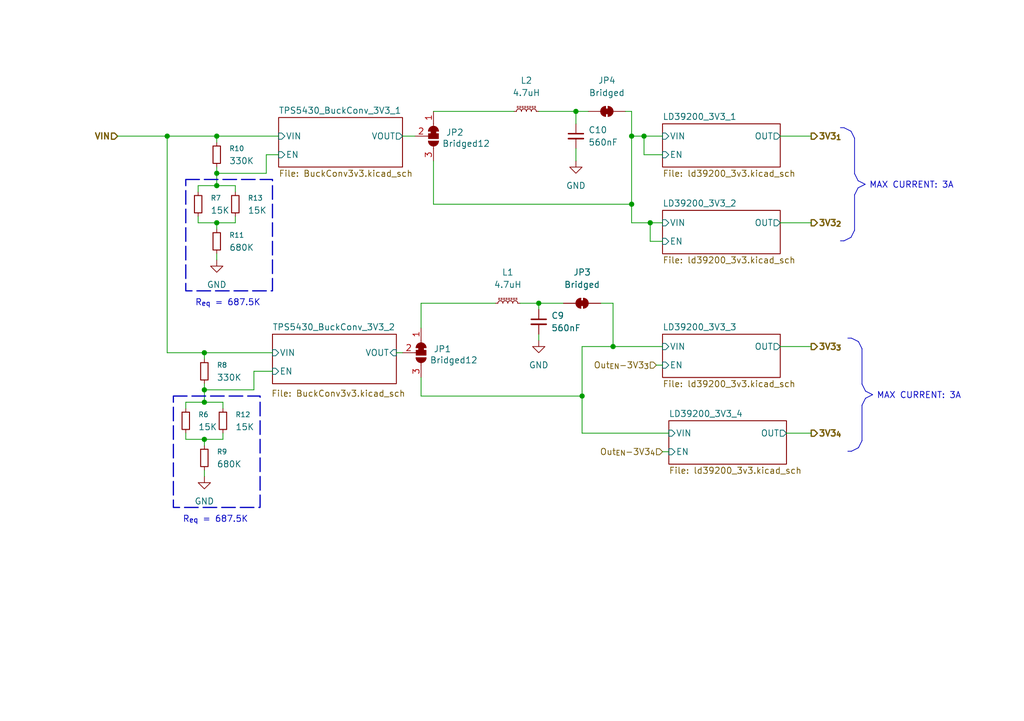
<source format=kicad_sch>
(kicad_sch (version 20250114) (generator "eeschema") (generator_version "9.0")
  (paper "A5")
  (lib_symbols
    (symbol "Device:C_Small" (pin_numbers (hide yes)) (pin_names (offset 0.254) (hide yes))
      (property "Reference" "C" (at 0.254 1.778 0))
      (property "Value" "C_Small" (at 0.254 -2.032 0))
      (symbol "C_Small_0_1"
        (polyline (pts (xy -1.524 0.508) (xy 1.524 0.508)) (stroke (width 0.3048)))
        (polyline (pts (xy -1.524 -0.508) (xy 1.524 -0.508)) (stroke (width 0.3302)))
      )
      (symbol "C_Small_1_1"
        (pin passive line (at 0 2.54 270) (length 2.032) (name "~") (number "1"))
        (pin passive line (at 0 -2.54 90) (length 2.032) (name "~") (number "2"))
      )
    )
    (symbol "Device:L_Ferrite_Small" (pin_numbers (hide yes)) (pin_names (offset 0.254) (hide yes))
      (property "Reference" "L" (at 1.27 1.016 0))
      (property "Value" "L_Ferrite_Small" (at 1.27 -1.27 0))
      (symbol "L_Ferrite_Small_0_1"
        (arc (start 0 2.032) (mid 0.5058 1.524) (end 0 1.016))
        (arc (start 0 1.016) (mid 0.5058 0.508) (end 0 0))
        (arc (start 0 0) (mid 0.5058 -0.508) (end 0 -1.016))
        (arc (start 0 -1.016) (mid 0.5058 -1.524) (end 0 -2.032))
        (polyline (pts (xy 0.762 1.651) (xy 0.762 1.905)))
        (polyline (pts (xy 0.762 1.143) (xy 0.762 1.397)))
        (polyline (pts (xy 0.762 0.635) (xy 0.762 0.889)))
        (polyline (pts (xy 0.762 0.127) (xy 0.762 0.381)))
        (polyline (pts (xy 0.762 -0.381) (xy 0.762 -0.127)))
        (polyline (pts (xy 0.762 -0.889) (xy 0.762 -0.635)))
        (polyline (pts (xy 0.762 -1.397) (xy 0.762 -1.143)))
        (polyline (pts (xy 0.762 -1.905) (xy 0.762 -1.651)))
        (polyline (pts (xy 1.016 1.905) (xy 1.016 1.651)))
        (polyline (pts (xy 1.016 1.397) (xy 1.016 1.143)))
        (polyline (pts (xy 1.016 0.889) (xy 1.016 0.635)))
        (polyline (pts (xy 1.016 0.381) (xy 1.016 0.127)))
        (polyline (pts (xy 1.016 -0.127) (xy 1.016 -0.381)))
        (polyline (pts (xy 1.016 -0.635) (xy 1.016 -0.889)))
        (polyline (pts (xy 1.016 -1.143) (xy 1.016 -1.397)))
        (polyline (pts (xy 1.016 -1.651) (xy 1.016 -1.905)))
      )
      (symbol "L_Ferrite_Small_1_1"
        (pin passive line (at 0 2.54 270) (length 0.508) (name "~") (number "1"))
        (pin passive line (at 0 -2.54 90) (length 0.508) (name "~") (number "2"))
      )
    )
    (symbol "Device:R_Small" (pin_numbers (hide yes)) (pin_names (offset 0.254) (hide yes))
      (property "Reference" "R" (at 0 0 90))
      (property "Value" "R_Small" (at 1.778 0 90))
      (symbol "R_Small_0_1"
        (rectangle (start -0.762 1.778) (end 0.762 -1.778) (stroke (width 0.2032)))
      )
      (symbol "R_Small_1_1"
        (pin passive line (at 0 2.54 270) (length 0.762) (name "~") (number "1"))
        (pin passive line (at 0 -2.54 90) (length 0.762) (name "~") (number "2"))
      )
    )
    (symbol "Jumper:SolderJumper_2_Bridged" (pin_numbers (hide yes)) (pin_names (offset 0) (hide yes)) (in_bom no)
      (property "Reference" "JP" (at 0 2.032 0))
      (property "Value" "SolderJumper_2_Bridged" (at 0 -2.54 0))
      (symbol "SolderJumper_2_Bridged_0_1"
        (rectangle (start -0.508 0.508) (end 0.508 -0.508) (fill (type outline)))
        (polyline (pts (xy -0.254 1.016) (xy -0.254 -1.016)))
        (arc (start -0.254 -1.016) (mid -1.2656 0) (end -0.254 1.016))
        (arc (start -0.254 -1.016) (mid -1.2656 0) (end -0.254 1.016) (fill (type outline)))
        (arc (start 0.254 1.016) (mid 1.2656 0) (end 0.254 -1.016))
        (arc (start 0.254 1.016) (mid 1.2656 0) (end 0.254 -1.016) (fill (type outline)))
        (polyline (pts (xy 0.254 1.016) (xy 0.254 -1.016)))
      )
      (symbol "SolderJumper_2_Bridged_1_1"
        (pin passive line (at -3.81 0 0) (length 2.54) (name "A") (number "1"))
        (pin passive line (at 3.81 0 180) (length 2.54) (name "B") (number "2"))
      )
    )
    (symbol "Jumper:SolderJumper_3_Bridged12" (pin_names (offset 0) (hide yes)) (in_bom no)
      (property "Reference" "JP" (at -2.54 -2.54 0))
      (property "Value" "SolderJumper_3_Bridged12" (at 0 2.794 0))
      (symbol "SolderJumper_3_Bridged12_0_1"
        (polyline (pts (xy -2.54 0) (xy -2.032 0)))
        (polyline (pts (xy -1.016 1.016) (xy -1.016 -1.016)))
        (rectangle (start -1.016 0.508) (end -0.508 -0.508) (fill (type outline)))
        (arc (start -1.016 -1.016) (mid -2.0276 0) (end -1.016 1.016))
        (arc (start -1.016 -1.016) (mid -2.0276 0) (end -1.016 1.016) (fill (type outline)))
        (rectangle (start -0.508 1.016) (end 0.508 -1.016) (fill (type outline)))
        (polyline (pts (xy 0 -1.27) (xy 0 -1.016)))
        (arc (start 1.016 1.016) (mid 2.0276 0) (end 1.016 -1.016))
        (arc (start 1.016 1.016) (mid 2.0276 0) (end 1.016 -1.016) (fill (type outline)))
        (polyline (pts (xy 1.016 1.016) (xy 1.016 -1.016)))
        (polyline (pts (xy 2.54 0) (xy 2.032 0)))
      )
      (symbol "SolderJumper_3_Bridged12_1_1"
        (pin passive line (at -5.08 0 0) (length 2.54) (name "A") (number "1"))
        (pin passive line (at 0 -3.81 90) (length 2.54) (name "C") (number "2"))
        (pin passive line (at 5.08 0 180) (length 2.54) (name "B") (number "3"))
      )
    )
    (symbol "power:GND" (power) (pin_numbers (hide yes)) (pin_names (offset 0) (hide yes))
      (property "Value" "GND" (at 0 -3.81 0))
      (symbol "GND_0_1"
        (polyline (pts (xy 0 0) (xy 0 -1.27) (xy 1.27 -1.27) (xy 0 -2.54) (xy -1.27 -1.27) (xy 0 -1.27)))
      )
      (symbol "GND_1_1"
        (pin power_in line (at 0 0 270) (length 0) (name "~") (number "1"))
      )
    )
  )
  (rectangle (start 38.1 36.83) (end 55.88 59.69) (stroke (width 0.254) (type dash)))
  (rectangle (start 35.56 81.28) (end 53.34 104.14) (stroke (width 0.254) (type dash)))
  (text "R_{eq} = 687.5K\n" (at 44.196 106.68 0) (effects (font (size 1.27 1.27))))
  (text "}" (at 175.26 36.83 0) (effects (font (size 15.24 15.24))))
  (text "MAX CURRENT: 3A" (at 188.468 81.28 0) (effects (font (size 1.27 1.27))))
  (text "MAX CURRENT: 3A" (at 186.944 38.1 0) (effects (font (size 1.27 1.27))))
  (text "R_{eq} = 687.5K\n" (at 46.736 62.23 0) (effects (font (size 1.27 1.27))))
  (text "}" (at 176.784 80.01 0) (effects (font (size 15.24 15.24))))
  (junction (at 125.73 71.12))
  (junction (at 44.45 45.72))
  (junction (at 44.45 35.56))
  (junction (at 133.35 45.72))
  (junction (at 41.91 90.17))
  (junction (at 44.45 27.94))
  (junction (at 41.91 80.01))
  (junction (at 118.11 22.86))
  (junction (at 129.54 27.94))
  (junction (at 44.45 38.1))
  (junction (at 119.38 81.28))
  (junction (at 132.08 27.94))
  (junction (at 41.91 82.55))
  (junction (at 34.29 27.94))
  (junction (at 129.54 41.91))
  (junction (at 41.91 72.39))
  (junction (at 110.49 62.23))
  (wire (pts (xy 48.26 45.72) (xy 48.26 44.45)))
  (wire (pts (xy 41.91 80.01) (xy 41.91 82.55)))
  (wire (pts (xy 41.91 80.01) (xy 52.07 80.01)))
  (wire (pts (xy 54.61 35.56) (xy 54.61 31.75)))
  (wire (pts (xy 119.38 81.28) (xy 119.38 88.9)))
  (wire (pts (xy 38.1 83.82) (xy 38.1 82.55)))
  (wire (pts (xy 118.11 22.86) (xy 110.49 22.86)))
  (wire (pts (xy 166.37 88.9) (xy 161.29 88.9)))
  (wire (pts (xy 129.54 27.94) (xy 132.08 27.94)))
  (wire (pts (xy 44.45 34.29) (xy 44.45 35.56)))
  (wire (pts (xy 132.08 31.75) (xy 135.89 31.75)))
  (wire (pts (xy 119.38 71.12) (xy 119.38 81.28)))
  (wire (pts (xy 132.08 27.94) (xy 132.08 31.75)))
  (wire (pts (xy 40.64 44.45) (xy 40.64 45.72)))
  (wire (pts (xy 44.45 45.72) (xy 44.45 46.99)))
  (wire (pts (xy 40.64 39.37) (xy 40.64 38.1)))
  (wire (pts (xy 41.91 90.17) (xy 45.72 90.17)))
  (wire (pts (xy 118.11 22.86) (xy 120.65 22.86)))
  (wire (pts (xy 52.07 80.01) (xy 52.07 76.2)))
  (wire (pts (xy 44.45 27.94) (xy 57.15 27.94)))
  (wire (pts (xy 86.36 62.23) (xy 101.6 62.23)))
  (wire (pts (xy 110.49 62.23) (xy 106.68 62.23)))
  (wire (pts (xy 41.91 82.55) (xy 45.72 82.55)))
  (wire (pts (xy 41.91 90.17) (xy 41.91 91.44)))
  (wire (pts (xy 34.29 27.94) (xy 34.29 72.39)))
  (wire (pts (xy 129.54 22.86) (xy 129.54 27.94)))
  (wire (pts (xy 129.54 27.94) (xy 129.54 41.91)))
  (wire (pts (xy 135.89 92.71) (xy 137.16 92.71)))
  (wire (pts (xy 132.08 27.94) (xy 135.89 27.94)))
  (wire (pts (xy 118.11 33.02) (xy 118.11 30.48)))
  (wire (pts (xy 54.61 31.75) (xy 57.15 31.75)))
  (wire (pts (xy 38.1 88.9) (xy 38.1 90.17)))
  (wire (pts (xy 86.36 62.23) (xy 86.36 67.31)))
  (wire (pts (xy 40.64 38.1) (xy 44.45 38.1)))
  (wire (pts (xy 129.54 45.72) (xy 133.35 45.72)))
  (wire (pts (xy 125.73 62.23) (xy 123.19 62.23)))
  (wire (pts (xy 128.27 22.86) (xy 129.54 22.86)))
  (wire (pts (xy 88.9 22.86) (xy 105.41 22.86)))
  (wire (pts (xy 34.29 72.39) (xy 41.91 72.39)))
  (wire (pts (xy 41.91 97.79) (xy 41.91 96.52)))
  (wire (pts (xy 110.49 63.5) (xy 110.49 62.23)))
  (wire (pts (xy 81.28 72.39) (xy 82.55 72.39)))
  (wire (pts (xy 166.37 27.94) (xy 160.02 27.94)))
  (wire (pts (xy 44.45 35.56) (xy 44.45 38.1)))
  (wire (pts (xy 45.72 90.17) (xy 45.72 88.9)))
  (wire (pts (xy 110.49 62.23) (xy 115.57 62.23)))
  (wire (pts (xy 44.45 29.21) (xy 44.45 27.94)))
  (wire (pts (xy 133.35 49.53) (xy 135.89 49.53)))
  (wire (pts (xy 166.37 45.72) (xy 160.02 45.72)))
  (wire (pts (xy 44.45 38.1) (xy 48.26 38.1)))
  (wire (pts (xy 45.72 82.55) (xy 45.72 83.82)))
  (wire (pts (xy 41.91 78.74) (xy 41.91 80.01)))
  (wire (pts (xy 44.45 53.34) (xy 44.45 52.07)))
  (wire (pts (xy 125.73 71.12) (xy 135.89 71.12)))
  (wire (pts (xy 119.38 88.9) (xy 137.16 88.9)))
  (wire (pts (xy 52.07 76.2) (xy 55.88 76.2)))
  (wire (pts (xy 24.13 27.94) (xy 34.29 27.94)))
  (wire (pts (xy 133.35 45.72) (xy 133.35 49.53)))
  (wire (pts (xy 38.1 82.55) (xy 41.91 82.55)))
  (wire (pts (xy 133.35 45.72) (xy 135.89 45.72)))
  (wire (pts (xy 129.54 41.91) (xy 129.54 45.72)))
  (wire (pts (xy 110.49 69.85) (xy 110.49 68.58)))
  (wire (pts (xy 44.45 35.56) (xy 54.61 35.56)))
  (wire (pts (xy 41.91 73.66) (xy 41.91 72.39)))
  (wire (pts (xy 48.26 38.1) (xy 48.26 39.37)))
  (wire (pts (xy 134.62 74.93) (xy 135.89 74.93)))
  (wire (pts (xy 38.1 90.17) (xy 41.91 90.17)))
  (wire (pts (xy 40.64 45.72) (xy 44.45 45.72)))
  (wire (pts (xy 82.55 27.94) (xy 85.09 27.94)))
  (wire (pts (xy 125.73 62.23) (xy 125.73 71.12)))
  (wire (pts (xy 86.36 77.47) (xy 86.36 81.28)))
  (wire (pts (xy 119.38 71.12) (xy 125.73 71.12)))
  (wire (pts (xy 166.37 71.12) (xy 160.02 71.12)))
  (wire (pts (xy 41.91 72.39) (xy 55.88 72.39)))
  (wire (pts (xy 88.9 41.91) (xy 129.54 41.91)))
  (wire (pts (xy 34.29 27.94) (xy 44.45 27.94)))
  (wire (pts (xy 44.45 45.72) (xy 48.26 45.72)))
  (wire (pts (xy 86.36 81.28) (xy 119.38 81.28)))
  (wire (pts (xy 88.9 33.02) (xy 88.9 41.91)))
  (wire (pts (xy 118.11 22.86) (xy 118.11 25.4)))
  (hierarchical_label "3V3_{2}" (shape output) (at 166.37 45.72 0) (effects (font (thickness 0.254) (bold yes))))
  (hierarchical_label "3V3_{1}" (shape output) (at 166.37 27.94 0) (effects (font (thickness 0.254) (bold yes))))
  (hierarchical_label "3V3_{4}" (shape output) (at 166.37 88.9 0) (effects (font (thickness 0.254) (bold yes))))
  (hierarchical_label "VIN" (shape input) (at 24.13 27.94 180) (effects (font (thickness 0.254) (bold yes))))
  (hierarchical_label "3V3_{3}" (shape output) (at 166.37 71.12 0) (effects (font (thickness 0.254) (bold yes))))
  (hierarchical_label "Out_{EN}-3V3_{3}" (shape input) (at 134.62 74.93 180))
  (hierarchical_label "Out_{EN}-3V3_{4}" (shape input) (at 135.89 92.71 180))
  (symbol (lib_id "Device:R_Small") (at 41.91 76.2 0) (unit 1)
    (property "Reference" "R8" (at 44.45 74.9299 0) (effects (font (size 1.016 1.016)) (justify left)))
    (property "Value" "330K" (at 44.45 77.4699 0) (effects (justify left)))
    (property "Footprint" "Resistor_SMD:R_0805_2012Metric_Pad1.20x1.40mm_HandSolder" (effects (hide yes)))
    (property "Description" "Resistor, small symbol" (effects (hide yes)))
  )
  (symbol (lib_id "Device:L_Ferrite_Small") (at 107.95 22.86 90) (unit 1)
    (property "Reference" "L2" (at 107.95 16.51 90))
    (property "Value" "4.7uH" (at 107.95 19.05 90))
    (property "Footprint" "Inductor_SMD:L_Bourns_SRN6045TA" (effects (hide yes)))
    (property "Description" "Inductor with ferrite core, small symbol" (effects (hide yes)))
  )
  (symbol (lib_id "power:GND") (at 110.49 69.85 0) (unit 1)
    (property "Reference" "#PWR044" (effects (hide yes)))
    (property "Value" "GND" (at 110.49 74.93 0))
    (property "Description" "Power symbol creates a global label with name \"GND\" , ground" (effects (hide yes)))
  )
  (symbol (lib_id "Device:R_Small") (at 41.91 93.98 0) (unit 1)
    (property "Reference" "R9" (at 44.45 92.7099 0) (effects (font (size 1.016 1.016)) (justify left)))
    (property "Value" "680K" (at 44.45 95.2499 0) (effects (justify left)))
    (property "Footprint" "Resistor_SMD:R_0805_2012Metric_Pad1.20x1.40mm_HandSolder" (effects (hide yes)))
    (property "Description" "Resistor, small symbol" (effects (hide yes)))
  )
  (symbol (lib_id "Device:R_Small") (at 44.45 31.75 0) (unit 1)
    (property "Reference" "R10" (at 46.99 30.4799 0) (effects (font (size 1.016 1.016)) (justify left)))
    (property "Value" "330K" (at 46.99 33.0199 0) (effects (justify left)))
    (property "Footprint" "Resistor_SMD:R_0805_2012Metric_Pad1.20x1.40mm_HandSolder" (effects (hide yes)))
    (property "Description" "Resistor, small symbol" (effects (hide yes)))
  )
  (symbol (lib_id "power:GND") (at 118.11 33.02 0) (unit 1)
    (property "Reference" "#PWR045" (effects (hide yes)))
    (property "Value" "GND" (at 118.11 38.1 0))
    (property "Description" "Power symbol creates a global label with name \"GND\" , ground" (effects (hide yes)))
  )
  (symbol (lib_id "Device:R_Small") (at 44.45 49.53 0) (unit 1)
    (property "Reference" "R11" (at 46.99 48.2599 0) (effects (font (size 1.016 1.016)) (justify left)))
    (property "Value" "680K" (at 46.99 50.7999 0) (effects (justify left)))
    (property "Footprint" "Resistor_SMD:R_0805_2012Metric_Pad1.20x1.40mm_HandSolder" (effects (hide yes)))
    (property "Description" "Resistor, small symbol" (effects (hide yes)))
  )
  (symbol (lib_id "Jumper:SolderJumper_2_Bridged") (at 124.46 22.86 0) (unit 1) (in_bom no)
    (property "Reference" "JP4" (at 124.46 16.51 0))
    (property "Value" "Bridged" (at 124.46 19.05 0))
    (property "Footprint" "Jumper:SolderJumper-2_P1.3mm_Bridged_RoundedPad1.0x1.5mm" (effects (hide yes)))
    (property "Description" "Solder Jumper, 2-pole, closed/bridged" (effects (hide yes)))
  )
  (symbol (lib_id "Device:R_Small") (at 40.64 41.91 0) (unit 1)
    (property "Reference" "R7" (at 43.18 40.6399 0) (effects (font (size 1.016 1.016)) (justify left)))
    (property "Value" "15K" (at 43.18 43.1799 0) (effects (justify left)))
    (property "Footprint" "Resistor_SMD:R_0805_2012Metric_Pad1.20x1.40mm_HandSolder" (effects (hide yes)))
    (property "Description" "Resistor, small symbol" (effects (hide yes)))
  )
  (symbol (lib_id "Device:C_Small") (at 110.49 66.04 0) (unit 1)
    (property "Reference" "C9" (at 113.03 64.7762 0) (effects (justify left)))
    (property "Value" "560nF" (at 113.03 67.3162 0) (effects (justify left)))
    (property "Footprint" "Capacitor_SMD:C_0805_2012Metric_Pad1.18x1.45mm_HandSolder" (effects (hide yes)))
    (property "Description" "Unpolarized capacitor, small symbol" (effects (hide yes)))
  )
  (symbol (lib_id "Device:R_Small") (at 48.26 41.91 0) (unit 1)
    (property "Reference" "R13" (at 50.8 40.6399 0) (effects (font (size 1.016 1.016)) (justify left)))
    (property "Value" "15K" (at 50.8 43.1799 0) (effects (justify left)))
    (property "Footprint" "Resistor_SMD:R_0805_2012Metric_Pad1.20x1.40mm_HandSolder" (effects (hide yes)))
    (property "Description" "Resistor, small symbol" (effects (hide yes)))
  )
  (symbol (lib_id "power:GND") (at 44.45 53.34 0) (unit 1)
    (property "Reference" "#PWR043" (effects (hide yes)))
    (property "Value" "GND" (at 44.45 58.42 0))
    (property "Description" "Power symbol creates a global label with name \"GND\" , ground" (effects (hide yes)))
  )
  (symbol (lib_id "Device:L_Ferrite_Small") (at 104.14 62.23 90) (unit 1)
    (property "Reference" "L1" (at 104.14 55.88 90))
    (property "Value" "4.7uH" (at 104.14 58.42 90))
    (property "Footprint" "Inductor_SMD:L_Bourns_SRN6045TA" (effects (hide yes)))
    (property "Description" "Inductor with ferrite core, small symbol" (effects (hide yes)))
  )
  (symbol (lib_id "power:GND") (at 41.91 97.79 0) (unit 1)
    (property "Reference" "#PWR042" (effects (hide yes)))
    (property "Value" "GND" (at 41.91 102.87 0))
    (property "Description" "Power symbol creates a global label with name \"GND\" , ground" (effects (hide yes)))
  )
  (symbol (lib_id "Jumper:SolderJumper_3_Bridged12") (at 88.9 27.94 270) (unit 1) (in_bom no)
    (property "Reference" "JP2" (at 91.44 27.178 90) (effects (justify left)))
    (property "Value" "Bridged12" (at 90.678 29.464 90) (effects (justify left)))
    (property "Footprint" "Jumper:SolderJumper-3_P1.3mm_Bridged12_RoundedPad1.0x1.5mm" (effects (hide yes)))
    (property "Description" "3-pole Solder Jumper, pins 1+2 closed/bridged" (effects (hide yes)))
  )
  (symbol (lib_id "Jumper:SolderJumper_3_Bridged12") (at 86.36 72.39 270) (unit 1) (in_bom no)
    (property "Reference" "JP1" (at 88.9 71.628 90) (effects (justify left)))
    (property "Value" "Bridged12" (at 88.138 73.914 90) (effects (justify left)))
    (property "Footprint" "Jumper:SolderJumper-3_P1.3mm_Bridged12_RoundedPad1.0x1.5mm" (effects (hide yes)))
    (property "Description" "3-pole Solder Jumper, pins 1+2 closed/bridged" (effects (hide yes)))
  )
  (symbol (lib_id "Jumper:SolderJumper_2_Bridged") (at 119.38 62.23 0) (unit 1) (in_bom no)
    (property "Reference" "JP3" (at 119.38 55.88 0))
    (property "Value" "Bridged" (at 119.38 58.42 0))
    (property "Footprint" "Jumper:SolderJumper-2_P1.3mm_Bridged_RoundedPad1.0x1.5mm" (effects (hide yes)))
    (property "Description" "Solder Jumper, 2-pole, closed/bridged" (effects (hide yes)))
  )
  (symbol (lib_id "Device:R_Small") (at 45.72 86.36 0) (unit 1)
    (property "Reference" "R12" (at 48.26 85.0899 0) (effects (font (size 1.016 1.016)) (justify left)))
    (property "Value" "15K" (at 48.26 87.6299 0) (effects (justify left)))
    (property "Footprint" "Resistor_SMD:R_0805_2012Metric_Pad1.20x1.40mm_HandSolder" (effects (hide yes)))
    (property "Description" "Resistor, small symbol" (effects (hide yes)))
  )
  (symbol (lib_id "Device:R_Small") (at 38.1 86.36 0) (unit 1)
    (property "Reference" "R6" (at 40.64 85.0899 0) (effects (font (size 1.016 1.016)) (justify left)))
    (property "Value" "15K" (at 40.64 87.6299 0) (effects (justify left)))
    (property "Footprint" "Resistor_SMD:R_0805_2012Metric_Pad1.20x1.40mm_HandSolder" (effects (hide yes)))
    (property "Description" "Resistor, small symbol" (effects (hide yes)))
  )
  (symbol (lib_id "Device:C_Small") (at 118.11 27.94 0) (unit 1)
    (property "Reference" "C10" (at 120.65 26.6762 0) (effects (justify left)))
    (property "Value" "560nF" (at 120.65 29.2162 0) (effects (justify left)))
    (property "Footprint" "Capacitor_SMD:C_0805_2012Metric_Pad1.18x1.45mm_HandSolder" (effects (hide yes)))
    (property "Description" "Unpolarized capacitor, small symbol" (effects (hide yes)))
  )
  (sheet (at 135.89 25.4) (size 24.13 8.89) (stroke (width 0.1524))
    (property "Sheetname" "LD39200_3V3_1" (at 135.89 24.6884 0) (effects (justify left bottom)))
    (property "Sheetfile" "ld39200_3v3.kicad_sch" (at 135.89 34.8746 0) (effects (justify left top)))
    (pin "EN" input (at 135.89 31.75 180))
    (pin "OUT" output (at 160.02 27.94 0))
    (pin "VIN" input (at 135.89 27.94 180))
  )
  (sheet (at 55.88 68.58) (size 25.4 10.16) (stroke (width 0.1524))
    (property "Sheetname" "TPS5430_BuckConv_3V3_2" (at 55.88 67.8684 0) (effects (justify left bottom)))
    (property "Sheetfile" "BuckConv3v3.kicad_sch" (at 55.626 80.01 0) (effects (justify left top)))
    (pin "VIN" input (at 55.88 72.39 180))
    (pin "VOUT" input (at 81.28 72.39 0))
    (pin "EN" input (at 55.88 76.2 180))
  )
  (sheet (at 135.89 68.58) (size 24.13 8.89) (stroke (width 0.1524))
    (property "Sheetname" "LD39200_3V3_3" (at 135.89 67.8684 0) (effects (justify left bottom)))
    (property "Sheetfile" "ld39200_3v3.kicad_sch" (at 135.89 78.0546 0) (effects (justify left top)))
    (pin "EN" input (at 135.89 74.93 180))
    (pin "OUT" output (at 160.02 71.12 0))
    (pin "VIN" input (at 135.89 71.12 180))
  )
  (sheet (at 135.89 43.18) (size 24.13 8.89) (stroke (width 0.1524))
    (property "Sheetname" "LD39200_3V3_2" (at 135.89 42.4684 0) (effects (justify left bottom)))
    (property "Sheetfile" "ld39200_3v3.kicad_sch" (at 135.89 52.6546 0) (effects (justify left top)))
    (pin "EN" input (at 135.89 49.53 180))
    (pin "OUT" output (at 160.02 45.72 0))
    (pin "VIN" input (at 135.89 45.72 180))
  )
  (sheet (at 137.16 86.36) (size 24.13 8.89) (stroke (width 0.1524))
    (property "Sheetname" "LD39200_3V3_4" (at 137.16 85.6484 0) (effects (justify left bottom)))
    (property "Sheetfile" "ld39200_3v3.kicad_sch" (at 137.16 95.8346 0) (effects (justify left top)))
    (pin "EN" input (at 137.16 92.71 180))
    (pin "OUT" output (at 161.29 88.9 0))
    (pin "VIN" input (at 137.16 88.9 180))
  )
  (sheet (at 57.15 24.13) (size 25.4 10.16) (stroke (width 0.1524))
    (property "Sheetname" "TPS5430_BuckConv_3V3_1" (at 57.15 23.4184 0) (effects (justify left bottom)))
    (property "Sheetfile" "BuckConv3v3.kicad_sch" (at 57.15 34.8746 0) (effects (justify left top)))
    (pin "VIN" input (at 57.15 27.94 180))
    (pin "VOUT" output (at 82.55 27.94 0))
    (pin "EN" input (at 57.15 31.75 180))
  )
)
</source>
